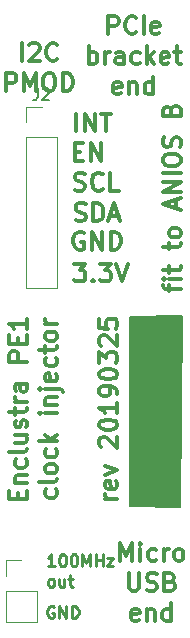
<source format=gto>
%TF.GenerationSoftware,KiCad,Pcbnew,5.0.2-bee76a0~70~ubuntu18.04.1*%
%TF.CreationDate,2019-03-26T11:43:16+00:00*%
%TF.ProjectId,enclustra_clockpcb,656e636c-7573-4747-9261-5f636c6f636b,rev?*%
%TF.SameCoordinates,Original*%
%TF.FileFunction,Legend,Top*%
%TF.FilePolarity,Positive*%
%FSLAX46Y46*%
G04 Gerber Fmt 4.6, Leading zero omitted, Abs format (unit mm)*
G04 Created by KiCad (PCBNEW 5.0.2-bee76a0~70~ubuntu18.04.1) date Tue 26 Mar 2019 11:43:16 GMT*
%MOMM*%
%LPD*%
G01*
G04 APERTURE LIST*
%ADD10C,0.300000*%
%ADD11C,0.150000*%
%ADD12C,0.250000*%
%ADD13C,0.120000*%
G04 APERTURE END LIST*
D10*
X112678571Y-101528571D02*
X112678571Y-100957142D01*
X113678571Y-101314285D02*
X112392857Y-101314285D01*
X112250000Y-101242857D01*
X112178571Y-101100000D01*
X112178571Y-100957142D01*
X113678571Y-100457142D02*
X112678571Y-100457142D01*
X112178571Y-100457142D02*
X112250000Y-100528571D01*
X112321428Y-100457142D01*
X112250000Y-100385714D01*
X112178571Y-100457142D01*
X112321428Y-100457142D01*
X112678571Y-99957142D02*
X112678571Y-99385714D01*
X112178571Y-99742857D02*
X113464285Y-99742857D01*
X113607142Y-99671428D01*
X113678571Y-99528571D01*
X113678571Y-99385714D01*
X112678571Y-97957142D02*
X112678571Y-97385714D01*
X112178571Y-97742857D02*
X113464285Y-97742857D01*
X113607142Y-97671428D01*
X113678571Y-97528571D01*
X113678571Y-97385714D01*
X113678571Y-96671428D02*
X113607142Y-96814285D01*
X113535714Y-96885714D01*
X113392857Y-96957142D01*
X112964285Y-96957142D01*
X112821428Y-96885714D01*
X112750000Y-96814285D01*
X112678571Y-96671428D01*
X112678571Y-96457142D01*
X112750000Y-96314285D01*
X112821428Y-96242857D01*
X112964285Y-96171428D01*
X113392857Y-96171428D01*
X113535714Y-96242857D01*
X113607142Y-96314285D01*
X113678571Y-96457142D01*
X113678571Y-96671428D01*
X113250000Y-94457142D02*
X113250000Y-93742857D01*
X113678571Y-94600000D02*
X112178571Y-94100000D01*
X113678571Y-93600000D01*
X113678571Y-93100000D02*
X112178571Y-93100000D01*
X113678571Y-92242857D01*
X112178571Y-92242857D01*
X113678571Y-91528571D02*
X112178571Y-91528571D01*
X112178571Y-90528571D02*
X112178571Y-90242857D01*
X112250000Y-90100000D01*
X112392857Y-89957142D01*
X112678571Y-89885714D01*
X113178571Y-89885714D01*
X113464285Y-89957142D01*
X113607142Y-90100000D01*
X113678571Y-90242857D01*
X113678571Y-90528571D01*
X113607142Y-90671428D01*
X113464285Y-90814285D01*
X113178571Y-90885714D01*
X112678571Y-90885714D01*
X112392857Y-90814285D01*
X112250000Y-90671428D01*
X112178571Y-90528571D01*
X113607142Y-89314285D02*
X113678571Y-89100000D01*
X113678571Y-88742857D01*
X113607142Y-88600000D01*
X113535714Y-88528571D01*
X113392857Y-88457142D01*
X113250000Y-88457142D01*
X113107142Y-88528571D01*
X113035714Y-88600000D01*
X112964285Y-88742857D01*
X112892857Y-89028571D01*
X112821428Y-89171428D01*
X112750000Y-89242857D01*
X112607142Y-89314285D01*
X112464285Y-89314285D01*
X112321428Y-89242857D01*
X112250000Y-89171428D01*
X112178571Y-89028571D01*
X112178571Y-88671428D01*
X112250000Y-88457142D01*
X112892857Y-86171428D02*
X112964285Y-85957142D01*
X113035714Y-85885714D01*
X113178571Y-85814285D01*
X113392857Y-85814285D01*
X113535714Y-85885714D01*
X113607142Y-85957142D01*
X113678571Y-86100000D01*
X113678571Y-86671428D01*
X112178571Y-86671428D01*
X112178571Y-86171428D01*
X112250000Y-86028571D01*
X112321428Y-85957142D01*
X112464285Y-85885714D01*
X112607142Y-85885714D01*
X112750000Y-85957142D01*
X112821428Y-86028571D01*
X112892857Y-86171428D01*
X112892857Y-86671428D01*
D11*
G36*
X109400000Y-103700000D02*
X113800000Y-103600000D01*
X113600000Y-119800000D01*
X109400000Y-119700000D01*
X109400000Y-103700000D01*
G37*
X109400000Y-103700000D02*
X113800000Y-103600000D01*
X113600000Y-119800000D01*
X109400000Y-119700000D01*
X109400000Y-103700000D01*
D10*
X99867857Y-119107142D02*
X99867857Y-118607142D01*
X100653571Y-118392857D02*
X100653571Y-119107142D01*
X99153571Y-119107142D01*
X99153571Y-118392857D01*
X99653571Y-117750000D02*
X100653571Y-117750000D01*
X99796428Y-117750000D02*
X99725000Y-117678571D01*
X99653571Y-117535714D01*
X99653571Y-117321428D01*
X99725000Y-117178571D01*
X99867857Y-117107142D01*
X100653571Y-117107142D01*
X100582142Y-115750000D02*
X100653571Y-115892857D01*
X100653571Y-116178571D01*
X100582142Y-116321428D01*
X100510714Y-116392857D01*
X100367857Y-116464285D01*
X99939285Y-116464285D01*
X99796428Y-116392857D01*
X99725000Y-116321428D01*
X99653571Y-116178571D01*
X99653571Y-115892857D01*
X99725000Y-115750000D01*
X100653571Y-114892857D02*
X100582142Y-115035714D01*
X100439285Y-115107142D01*
X99153571Y-115107142D01*
X99653571Y-113678571D02*
X100653571Y-113678571D01*
X99653571Y-114321428D02*
X100439285Y-114321428D01*
X100582142Y-114250000D01*
X100653571Y-114107142D01*
X100653571Y-113892857D01*
X100582142Y-113750000D01*
X100510714Y-113678571D01*
X100582142Y-113035714D02*
X100653571Y-112892857D01*
X100653571Y-112607142D01*
X100582142Y-112464285D01*
X100439285Y-112392857D01*
X100367857Y-112392857D01*
X100225000Y-112464285D01*
X100153571Y-112607142D01*
X100153571Y-112821428D01*
X100082142Y-112964285D01*
X99939285Y-113035714D01*
X99867857Y-113035714D01*
X99725000Y-112964285D01*
X99653571Y-112821428D01*
X99653571Y-112607142D01*
X99725000Y-112464285D01*
X99653571Y-111964285D02*
X99653571Y-111392857D01*
X99153571Y-111750000D02*
X100439285Y-111750000D01*
X100582142Y-111678571D01*
X100653571Y-111535714D01*
X100653571Y-111392857D01*
X100653571Y-110892857D02*
X99653571Y-110892857D01*
X99939285Y-110892857D02*
X99796428Y-110821428D01*
X99725000Y-110750000D01*
X99653571Y-110607142D01*
X99653571Y-110464285D01*
X100653571Y-109321428D02*
X99867857Y-109321428D01*
X99725000Y-109392857D01*
X99653571Y-109535714D01*
X99653571Y-109821428D01*
X99725000Y-109964285D01*
X100582142Y-109321428D02*
X100653571Y-109464285D01*
X100653571Y-109821428D01*
X100582142Y-109964285D01*
X100439285Y-110035714D01*
X100296428Y-110035714D01*
X100153571Y-109964285D01*
X100082142Y-109821428D01*
X100082142Y-109464285D01*
X100010714Y-109321428D01*
X100653571Y-107464285D02*
X99153571Y-107464285D01*
X99153571Y-106892857D01*
X99225000Y-106750000D01*
X99296428Y-106678571D01*
X99439285Y-106607142D01*
X99653571Y-106607142D01*
X99796428Y-106678571D01*
X99867857Y-106750000D01*
X99939285Y-106892857D01*
X99939285Y-107464285D01*
X99867857Y-105964285D02*
X99867857Y-105464285D01*
X100653571Y-105250000D02*
X100653571Y-105964285D01*
X99153571Y-105964285D01*
X99153571Y-105250000D01*
X100653571Y-103821428D02*
X100653571Y-104678571D01*
X100653571Y-104250000D02*
X99153571Y-104250000D01*
X99367857Y-104392857D01*
X99510714Y-104535714D01*
X99582142Y-104678571D01*
X103132142Y-118285714D02*
X103203571Y-118428571D01*
X103203571Y-118714285D01*
X103132142Y-118857142D01*
X103060714Y-118928571D01*
X102917857Y-119000000D01*
X102489285Y-119000000D01*
X102346428Y-118928571D01*
X102275000Y-118857142D01*
X102203571Y-118714285D01*
X102203571Y-118428571D01*
X102275000Y-118285714D01*
X103203571Y-117428571D02*
X103132142Y-117571428D01*
X102989285Y-117642857D01*
X101703571Y-117642857D01*
X103203571Y-116642857D02*
X103132142Y-116785714D01*
X103060714Y-116857142D01*
X102917857Y-116928571D01*
X102489285Y-116928571D01*
X102346428Y-116857142D01*
X102275000Y-116785714D01*
X102203571Y-116642857D01*
X102203571Y-116428571D01*
X102275000Y-116285714D01*
X102346428Y-116214285D01*
X102489285Y-116142857D01*
X102917857Y-116142857D01*
X103060714Y-116214285D01*
X103132142Y-116285714D01*
X103203571Y-116428571D01*
X103203571Y-116642857D01*
X103132142Y-114857142D02*
X103203571Y-115000000D01*
X103203571Y-115285714D01*
X103132142Y-115428571D01*
X103060714Y-115500000D01*
X102917857Y-115571428D01*
X102489285Y-115571428D01*
X102346428Y-115500000D01*
X102275000Y-115428571D01*
X102203571Y-115285714D01*
X102203571Y-115000000D01*
X102275000Y-114857142D01*
X103203571Y-114214285D02*
X101703571Y-114214285D01*
X102632142Y-114071428D02*
X103203571Y-113642857D01*
X102203571Y-113642857D02*
X102775000Y-114214285D01*
X103203571Y-111857142D02*
X102203571Y-111857142D01*
X101703571Y-111857142D02*
X101775000Y-111928571D01*
X101846428Y-111857142D01*
X101775000Y-111785714D01*
X101703571Y-111857142D01*
X101846428Y-111857142D01*
X102203571Y-111142857D02*
X103203571Y-111142857D01*
X102346428Y-111142857D02*
X102275000Y-111071428D01*
X102203571Y-110928571D01*
X102203571Y-110714285D01*
X102275000Y-110571428D01*
X102417857Y-110500000D01*
X103203571Y-110500000D01*
X102203571Y-109785714D02*
X103489285Y-109785714D01*
X103632142Y-109857142D01*
X103703571Y-110000000D01*
X103703571Y-110071428D01*
X101703571Y-109785714D02*
X101775000Y-109857142D01*
X101846428Y-109785714D01*
X101775000Y-109714285D01*
X101703571Y-109785714D01*
X101846428Y-109785714D01*
X103132142Y-108500000D02*
X103203571Y-108642857D01*
X103203571Y-108928571D01*
X103132142Y-109071428D01*
X102989285Y-109142857D01*
X102417857Y-109142857D01*
X102275000Y-109071428D01*
X102203571Y-108928571D01*
X102203571Y-108642857D01*
X102275000Y-108500000D01*
X102417857Y-108428571D01*
X102560714Y-108428571D01*
X102703571Y-109142857D01*
X103132142Y-107142857D02*
X103203571Y-107285714D01*
X103203571Y-107571428D01*
X103132142Y-107714285D01*
X103060714Y-107785714D01*
X102917857Y-107857142D01*
X102489285Y-107857142D01*
X102346428Y-107785714D01*
X102275000Y-107714285D01*
X102203571Y-107571428D01*
X102203571Y-107285714D01*
X102275000Y-107142857D01*
X102203571Y-106714285D02*
X102203571Y-106142857D01*
X101703571Y-106500000D02*
X102989285Y-106500000D01*
X103132142Y-106428571D01*
X103203571Y-106285714D01*
X103203571Y-106142857D01*
X103203571Y-105428571D02*
X103132142Y-105571428D01*
X103060714Y-105642857D01*
X102917857Y-105714285D01*
X102489285Y-105714285D01*
X102346428Y-105642857D01*
X102275000Y-105571428D01*
X102203571Y-105428571D01*
X102203571Y-105214285D01*
X102275000Y-105071428D01*
X102346428Y-105000000D01*
X102489285Y-104928571D01*
X102917857Y-104928571D01*
X103060714Y-105000000D01*
X103132142Y-105071428D01*
X103203571Y-105214285D01*
X103203571Y-105428571D01*
X103203571Y-104285714D02*
X102203571Y-104285714D01*
X102489285Y-104285714D02*
X102346428Y-104214285D01*
X102275000Y-104142857D01*
X102203571Y-104000000D01*
X102203571Y-103857142D01*
X108303571Y-119107142D02*
X107303571Y-119107142D01*
X107589285Y-119107142D02*
X107446428Y-119035714D01*
X107375000Y-118964285D01*
X107303571Y-118821428D01*
X107303571Y-118678571D01*
X108232142Y-117607142D02*
X108303571Y-117750000D01*
X108303571Y-118035714D01*
X108232142Y-118178571D01*
X108089285Y-118250000D01*
X107517857Y-118250000D01*
X107375000Y-118178571D01*
X107303571Y-118035714D01*
X107303571Y-117750000D01*
X107375000Y-117607142D01*
X107517857Y-117535714D01*
X107660714Y-117535714D01*
X107803571Y-118250000D01*
X107303571Y-117035714D02*
X108303571Y-116678571D01*
X107303571Y-116321428D01*
X106946428Y-114678571D02*
X106875000Y-114607142D01*
X106803571Y-114464285D01*
X106803571Y-114107142D01*
X106875000Y-113964285D01*
X106946428Y-113892857D01*
X107089285Y-113821428D01*
X107232142Y-113821428D01*
X107446428Y-113892857D01*
X108303571Y-114750000D01*
X108303571Y-113821428D01*
X106803571Y-112892857D02*
X106803571Y-112750000D01*
X106875000Y-112607142D01*
X106946428Y-112535714D01*
X107089285Y-112464285D01*
X107375000Y-112392857D01*
X107732142Y-112392857D01*
X108017857Y-112464285D01*
X108160714Y-112535714D01*
X108232142Y-112607142D01*
X108303571Y-112750000D01*
X108303571Y-112892857D01*
X108232142Y-113035714D01*
X108160714Y-113107142D01*
X108017857Y-113178571D01*
X107732142Y-113250000D01*
X107375000Y-113250000D01*
X107089285Y-113178571D01*
X106946428Y-113107142D01*
X106875000Y-113035714D01*
X106803571Y-112892857D01*
X108303571Y-110964285D02*
X108303571Y-111821428D01*
X108303571Y-111392857D02*
X106803571Y-111392857D01*
X107017857Y-111535714D01*
X107160714Y-111678571D01*
X107232142Y-111821428D01*
X108303571Y-110250000D02*
X108303571Y-109964285D01*
X108232142Y-109821428D01*
X108160714Y-109750000D01*
X107946428Y-109607142D01*
X107660714Y-109535714D01*
X107089285Y-109535714D01*
X106946428Y-109607142D01*
X106875000Y-109678571D01*
X106803571Y-109821428D01*
X106803571Y-110107142D01*
X106875000Y-110250000D01*
X106946428Y-110321428D01*
X107089285Y-110392857D01*
X107446428Y-110392857D01*
X107589285Y-110321428D01*
X107660714Y-110250000D01*
X107732142Y-110107142D01*
X107732142Y-109821428D01*
X107660714Y-109678571D01*
X107589285Y-109607142D01*
X107446428Y-109535714D01*
X106803571Y-108607142D02*
X106803571Y-108464285D01*
X106875000Y-108321428D01*
X106946428Y-108250000D01*
X107089285Y-108178571D01*
X107375000Y-108107142D01*
X107732142Y-108107142D01*
X108017857Y-108178571D01*
X108160714Y-108250000D01*
X108232142Y-108321428D01*
X108303571Y-108464285D01*
X108303571Y-108607142D01*
X108232142Y-108750000D01*
X108160714Y-108821428D01*
X108017857Y-108892857D01*
X107732142Y-108964285D01*
X107375000Y-108964285D01*
X107089285Y-108892857D01*
X106946428Y-108821428D01*
X106875000Y-108750000D01*
X106803571Y-108607142D01*
X106803571Y-107607142D02*
X106803571Y-106678571D01*
X107375000Y-107178571D01*
X107375000Y-106964285D01*
X107446428Y-106821428D01*
X107517857Y-106750000D01*
X107660714Y-106678571D01*
X108017857Y-106678571D01*
X108160714Y-106750000D01*
X108232142Y-106821428D01*
X108303571Y-106964285D01*
X108303571Y-107392857D01*
X108232142Y-107535714D01*
X108160714Y-107607142D01*
X106946428Y-106107142D02*
X106875000Y-106035714D01*
X106803571Y-105892857D01*
X106803571Y-105535714D01*
X106875000Y-105392857D01*
X106946428Y-105321428D01*
X107089285Y-105250000D01*
X107232142Y-105250000D01*
X107446428Y-105321428D01*
X108303571Y-106178571D01*
X108303571Y-105250000D01*
X106803571Y-103892857D02*
X106803571Y-104607142D01*
X107517857Y-104678571D01*
X107446428Y-104607142D01*
X107375000Y-104464285D01*
X107375000Y-104107142D01*
X107446428Y-103964285D01*
X107517857Y-103892857D01*
X107660714Y-103821428D01*
X108017857Y-103821428D01*
X108160714Y-103892857D01*
X108232142Y-103964285D01*
X108303571Y-104107142D01*
X108303571Y-104464285D01*
X108232142Y-104607142D01*
X108160714Y-104678571D01*
D12*
X102938095Y-128200000D02*
X102842857Y-128152380D01*
X102700000Y-128152380D01*
X102557142Y-128200000D01*
X102461904Y-128295238D01*
X102414285Y-128390476D01*
X102366666Y-128580952D01*
X102366666Y-128723809D01*
X102414285Y-128914285D01*
X102461904Y-129009523D01*
X102557142Y-129104761D01*
X102700000Y-129152380D01*
X102795238Y-129152380D01*
X102938095Y-129104761D01*
X102985714Y-129057142D01*
X102985714Y-128723809D01*
X102795238Y-128723809D01*
X103414285Y-129152380D02*
X103414285Y-128152380D01*
X103985714Y-129152380D01*
X103985714Y-128152380D01*
X104461904Y-129152380D02*
X104461904Y-128152380D01*
X104700000Y-128152380D01*
X104842857Y-128200000D01*
X104938095Y-128295238D01*
X104985714Y-128390476D01*
X105033333Y-128580952D01*
X105033333Y-128723809D01*
X104985714Y-128914285D01*
X104938095Y-129009523D01*
X104842857Y-129104761D01*
X104700000Y-129152380D01*
X104461904Y-129152380D01*
X103024404Y-124777380D02*
X102452976Y-124777380D01*
X102738690Y-124777380D02*
X102738690Y-123777380D01*
X102643452Y-123920238D01*
X102548214Y-124015476D01*
X102452976Y-124063095D01*
X103643452Y-123777380D02*
X103738690Y-123777380D01*
X103833928Y-123825000D01*
X103881547Y-123872619D01*
X103929166Y-123967857D01*
X103976785Y-124158333D01*
X103976785Y-124396428D01*
X103929166Y-124586904D01*
X103881547Y-124682142D01*
X103833928Y-124729761D01*
X103738690Y-124777380D01*
X103643452Y-124777380D01*
X103548214Y-124729761D01*
X103500595Y-124682142D01*
X103452976Y-124586904D01*
X103405357Y-124396428D01*
X103405357Y-124158333D01*
X103452976Y-123967857D01*
X103500595Y-123872619D01*
X103548214Y-123825000D01*
X103643452Y-123777380D01*
X104595833Y-123777380D02*
X104691071Y-123777380D01*
X104786309Y-123825000D01*
X104833928Y-123872619D01*
X104881547Y-123967857D01*
X104929166Y-124158333D01*
X104929166Y-124396428D01*
X104881547Y-124586904D01*
X104833928Y-124682142D01*
X104786309Y-124729761D01*
X104691071Y-124777380D01*
X104595833Y-124777380D01*
X104500595Y-124729761D01*
X104452976Y-124682142D01*
X104405357Y-124586904D01*
X104357738Y-124396428D01*
X104357738Y-124158333D01*
X104405357Y-123967857D01*
X104452976Y-123872619D01*
X104500595Y-123825000D01*
X104595833Y-123777380D01*
X105357738Y-124777380D02*
X105357738Y-123777380D01*
X105691071Y-124491666D01*
X106024404Y-123777380D01*
X106024404Y-124777380D01*
X106500595Y-124777380D02*
X106500595Y-123777380D01*
X106500595Y-124253571D02*
X107072023Y-124253571D01*
X107072023Y-124777380D02*
X107072023Y-123777380D01*
X107452976Y-124110714D02*
X107976785Y-124110714D01*
X107452976Y-124777380D01*
X107976785Y-124777380D01*
X102643452Y-126527380D02*
X102548214Y-126479761D01*
X102500595Y-126432142D01*
X102452976Y-126336904D01*
X102452976Y-126051190D01*
X102500595Y-125955952D01*
X102548214Y-125908333D01*
X102643452Y-125860714D01*
X102786309Y-125860714D01*
X102881547Y-125908333D01*
X102929166Y-125955952D01*
X102976785Y-126051190D01*
X102976785Y-126336904D01*
X102929166Y-126432142D01*
X102881547Y-126479761D01*
X102786309Y-126527380D01*
X102643452Y-126527380D01*
X103833928Y-125860714D02*
X103833928Y-126527380D01*
X103405357Y-125860714D02*
X103405357Y-126384523D01*
X103452976Y-126479761D01*
X103548214Y-126527380D01*
X103691071Y-126527380D01*
X103786309Y-126479761D01*
X103833928Y-126432142D01*
X104167261Y-125860714D02*
X104548214Y-125860714D01*
X104310119Y-125527380D02*
X104310119Y-126384523D01*
X104357738Y-126479761D01*
X104452976Y-126527380D01*
X104548214Y-126527380D01*
D10*
X108557142Y-124328571D02*
X108557142Y-122828571D01*
X109057142Y-123900000D01*
X109557142Y-122828571D01*
X109557142Y-124328571D01*
X110271428Y-124328571D02*
X110271428Y-123328571D01*
X110271428Y-122828571D02*
X110200000Y-122900000D01*
X110271428Y-122971428D01*
X110342857Y-122900000D01*
X110271428Y-122828571D01*
X110271428Y-122971428D01*
X111628571Y-124257142D02*
X111485714Y-124328571D01*
X111200000Y-124328571D01*
X111057142Y-124257142D01*
X110985714Y-124185714D01*
X110914285Y-124042857D01*
X110914285Y-123614285D01*
X110985714Y-123471428D01*
X111057142Y-123400000D01*
X111200000Y-123328571D01*
X111485714Y-123328571D01*
X111628571Y-123400000D01*
X112271428Y-124328571D02*
X112271428Y-123328571D01*
X112271428Y-123614285D02*
X112342857Y-123471428D01*
X112414285Y-123400000D01*
X112557142Y-123328571D01*
X112700000Y-123328571D01*
X113414285Y-124328571D02*
X113271428Y-124257142D01*
X113200000Y-124185714D01*
X113128571Y-124042857D01*
X113128571Y-123614285D01*
X113200000Y-123471428D01*
X113271428Y-123400000D01*
X113414285Y-123328571D01*
X113628571Y-123328571D01*
X113771428Y-123400000D01*
X113842857Y-123471428D01*
X113914285Y-123614285D01*
X113914285Y-124042857D01*
X113842857Y-124185714D01*
X113771428Y-124257142D01*
X113628571Y-124328571D01*
X113414285Y-124328571D01*
X109307142Y-125378571D02*
X109307142Y-126592857D01*
X109378571Y-126735714D01*
X109450000Y-126807142D01*
X109592857Y-126878571D01*
X109878571Y-126878571D01*
X110021428Y-126807142D01*
X110092857Y-126735714D01*
X110164285Y-126592857D01*
X110164285Y-125378571D01*
X110807142Y-126807142D02*
X111021428Y-126878571D01*
X111378571Y-126878571D01*
X111521428Y-126807142D01*
X111592857Y-126735714D01*
X111664285Y-126592857D01*
X111664285Y-126450000D01*
X111592857Y-126307142D01*
X111521428Y-126235714D01*
X111378571Y-126164285D01*
X111092857Y-126092857D01*
X110950000Y-126021428D01*
X110878571Y-125950000D01*
X110807142Y-125807142D01*
X110807142Y-125664285D01*
X110878571Y-125521428D01*
X110950000Y-125450000D01*
X111092857Y-125378571D01*
X111450000Y-125378571D01*
X111664285Y-125450000D01*
X112807142Y-126092857D02*
X113021428Y-126164285D01*
X113092857Y-126235714D01*
X113164285Y-126378571D01*
X113164285Y-126592857D01*
X113092857Y-126735714D01*
X113021428Y-126807142D01*
X112878571Y-126878571D01*
X112307142Y-126878571D01*
X112307142Y-125378571D01*
X112807142Y-125378571D01*
X112950000Y-125450000D01*
X113021428Y-125521428D01*
X113092857Y-125664285D01*
X113092857Y-125807142D01*
X113021428Y-125950000D01*
X112950000Y-126021428D01*
X112807142Y-126092857D01*
X112307142Y-126092857D01*
X110128571Y-129357142D02*
X109985714Y-129428571D01*
X109700000Y-129428571D01*
X109557142Y-129357142D01*
X109485714Y-129214285D01*
X109485714Y-128642857D01*
X109557142Y-128500000D01*
X109700000Y-128428571D01*
X109985714Y-128428571D01*
X110128571Y-128500000D01*
X110200000Y-128642857D01*
X110200000Y-128785714D01*
X109485714Y-128928571D01*
X110842857Y-128428571D02*
X110842857Y-129428571D01*
X110842857Y-128571428D02*
X110914285Y-128500000D01*
X111057142Y-128428571D01*
X111271428Y-128428571D01*
X111414285Y-128500000D01*
X111485714Y-128642857D01*
X111485714Y-129428571D01*
X112842857Y-129428571D02*
X112842857Y-127928571D01*
X112842857Y-129357142D02*
X112700000Y-129428571D01*
X112414285Y-129428571D01*
X112271428Y-129357142D01*
X112200000Y-129285714D01*
X112128571Y-129142857D01*
X112128571Y-128714285D01*
X112200000Y-128571428D01*
X112271428Y-128500000D01*
X112414285Y-128428571D01*
X112700000Y-128428571D01*
X112842857Y-128500000D01*
X107557142Y-79728571D02*
X107557142Y-78228571D01*
X108128571Y-78228571D01*
X108271428Y-78300000D01*
X108342857Y-78371428D01*
X108414285Y-78514285D01*
X108414285Y-78728571D01*
X108342857Y-78871428D01*
X108271428Y-78942857D01*
X108128571Y-79014285D01*
X107557142Y-79014285D01*
X109914285Y-79585714D02*
X109842857Y-79657142D01*
X109628571Y-79728571D01*
X109485714Y-79728571D01*
X109271428Y-79657142D01*
X109128571Y-79514285D01*
X109057142Y-79371428D01*
X108985714Y-79085714D01*
X108985714Y-78871428D01*
X109057142Y-78585714D01*
X109128571Y-78442857D01*
X109271428Y-78300000D01*
X109485714Y-78228571D01*
X109628571Y-78228571D01*
X109842857Y-78300000D01*
X109914285Y-78371428D01*
X110557142Y-79728571D02*
X110557142Y-78228571D01*
X111842857Y-79657142D02*
X111700000Y-79728571D01*
X111414285Y-79728571D01*
X111271428Y-79657142D01*
X111200000Y-79514285D01*
X111200000Y-78942857D01*
X111271428Y-78800000D01*
X111414285Y-78728571D01*
X111700000Y-78728571D01*
X111842857Y-78800000D01*
X111914285Y-78942857D01*
X111914285Y-79085714D01*
X111200000Y-79228571D01*
X105914285Y-82278571D02*
X105914285Y-80778571D01*
X105914285Y-81350000D02*
X106057142Y-81278571D01*
X106342857Y-81278571D01*
X106485714Y-81350000D01*
X106557142Y-81421428D01*
X106628571Y-81564285D01*
X106628571Y-81992857D01*
X106557142Y-82135714D01*
X106485714Y-82207142D01*
X106342857Y-82278571D01*
X106057142Y-82278571D01*
X105914285Y-82207142D01*
X107271428Y-82278571D02*
X107271428Y-81278571D01*
X107271428Y-81564285D02*
X107342857Y-81421428D01*
X107414285Y-81350000D01*
X107557142Y-81278571D01*
X107700000Y-81278571D01*
X108842857Y-82278571D02*
X108842857Y-81492857D01*
X108771428Y-81350000D01*
X108628571Y-81278571D01*
X108342857Y-81278571D01*
X108200000Y-81350000D01*
X108842857Y-82207142D02*
X108700000Y-82278571D01*
X108342857Y-82278571D01*
X108200000Y-82207142D01*
X108128571Y-82064285D01*
X108128571Y-81921428D01*
X108200000Y-81778571D01*
X108342857Y-81707142D01*
X108700000Y-81707142D01*
X108842857Y-81635714D01*
X110200000Y-82207142D02*
X110057142Y-82278571D01*
X109771428Y-82278571D01*
X109628571Y-82207142D01*
X109557142Y-82135714D01*
X109485714Y-81992857D01*
X109485714Y-81564285D01*
X109557142Y-81421428D01*
X109628571Y-81350000D01*
X109771428Y-81278571D01*
X110057142Y-81278571D01*
X110200000Y-81350000D01*
X110842857Y-82278571D02*
X110842857Y-80778571D01*
X110985714Y-81707142D02*
X111414285Y-82278571D01*
X111414285Y-81278571D02*
X110842857Y-81850000D01*
X112628571Y-82207142D02*
X112485714Y-82278571D01*
X112200000Y-82278571D01*
X112057142Y-82207142D01*
X111985714Y-82064285D01*
X111985714Y-81492857D01*
X112057142Y-81350000D01*
X112200000Y-81278571D01*
X112485714Y-81278571D01*
X112628571Y-81350000D01*
X112700000Y-81492857D01*
X112700000Y-81635714D01*
X111985714Y-81778571D01*
X113128571Y-81278571D02*
X113700000Y-81278571D01*
X113342857Y-80778571D02*
X113342857Y-82064285D01*
X113414285Y-82207142D01*
X113557142Y-82278571D01*
X113700000Y-82278571D01*
X108628571Y-84757142D02*
X108485714Y-84828571D01*
X108200000Y-84828571D01*
X108057142Y-84757142D01*
X107985714Y-84614285D01*
X107985714Y-84042857D01*
X108057142Y-83900000D01*
X108200000Y-83828571D01*
X108485714Y-83828571D01*
X108628571Y-83900000D01*
X108700000Y-84042857D01*
X108700000Y-84185714D01*
X107985714Y-84328571D01*
X109342857Y-83828571D02*
X109342857Y-84828571D01*
X109342857Y-83971428D02*
X109414285Y-83900000D01*
X109557142Y-83828571D01*
X109771428Y-83828571D01*
X109914285Y-83900000D01*
X109985714Y-84042857D01*
X109985714Y-84828571D01*
X111342857Y-84828571D02*
X111342857Y-83328571D01*
X111342857Y-84757142D02*
X111200000Y-84828571D01*
X110914285Y-84828571D01*
X110771428Y-84757142D01*
X110700000Y-84685714D01*
X110628571Y-84542857D01*
X110628571Y-84114285D01*
X110700000Y-83971428D01*
X110771428Y-83900000D01*
X110914285Y-83828571D01*
X111200000Y-83828571D01*
X111342857Y-83900000D01*
X104685714Y-99178571D02*
X105614285Y-99178571D01*
X105114285Y-99750000D01*
X105328571Y-99750000D01*
X105471428Y-99821428D01*
X105542857Y-99892857D01*
X105614285Y-100035714D01*
X105614285Y-100392857D01*
X105542857Y-100535714D01*
X105471428Y-100607142D01*
X105328571Y-100678571D01*
X104900000Y-100678571D01*
X104757142Y-100607142D01*
X104685714Y-100535714D01*
X106257142Y-100535714D02*
X106328571Y-100607142D01*
X106257142Y-100678571D01*
X106185714Y-100607142D01*
X106257142Y-100535714D01*
X106257142Y-100678571D01*
X106828571Y-99178571D02*
X107757142Y-99178571D01*
X107257142Y-99750000D01*
X107471428Y-99750000D01*
X107614285Y-99821428D01*
X107685714Y-99892857D01*
X107757142Y-100035714D01*
X107757142Y-100392857D01*
X107685714Y-100535714D01*
X107614285Y-100607142D01*
X107471428Y-100678571D01*
X107042857Y-100678571D01*
X106900000Y-100607142D01*
X106828571Y-100535714D01*
X108185714Y-99178571D02*
X108685714Y-100678571D01*
X109185714Y-99178571D01*
X105457142Y-96550000D02*
X105314285Y-96478571D01*
X105100000Y-96478571D01*
X104885714Y-96550000D01*
X104742857Y-96692857D01*
X104671428Y-96835714D01*
X104600000Y-97121428D01*
X104600000Y-97335714D01*
X104671428Y-97621428D01*
X104742857Y-97764285D01*
X104885714Y-97907142D01*
X105100000Y-97978571D01*
X105242857Y-97978571D01*
X105457142Y-97907142D01*
X105528571Y-97835714D01*
X105528571Y-97335714D01*
X105242857Y-97335714D01*
X106171428Y-97978571D02*
X106171428Y-96478571D01*
X107028571Y-97978571D01*
X107028571Y-96478571D01*
X107742857Y-97978571D02*
X107742857Y-96478571D01*
X108100000Y-96478571D01*
X108314285Y-96550000D01*
X108457142Y-96692857D01*
X108528571Y-96835714D01*
X108600000Y-97121428D01*
X108600000Y-97335714D01*
X108528571Y-97621428D01*
X108457142Y-97764285D01*
X108314285Y-97907142D01*
X108100000Y-97978571D01*
X107742857Y-97978571D01*
X104778571Y-95507142D02*
X104992857Y-95578571D01*
X105350000Y-95578571D01*
X105492857Y-95507142D01*
X105564285Y-95435714D01*
X105635714Y-95292857D01*
X105635714Y-95150000D01*
X105564285Y-95007142D01*
X105492857Y-94935714D01*
X105350000Y-94864285D01*
X105064285Y-94792857D01*
X104921428Y-94721428D01*
X104850000Y-94650000D01*
X104778571Y-94507142D01*
X104778571Y-94364285D01*
X104850000Y-94221428D01*
X104921428Y-94150000D01*
X105064285Y-94078571D01*
X105421428Y-94078571D01*
X105635714Y-94150000D01*
X106278571Y-95578571D02*
X106278571Y-94078571D01*
X106635714Y-94078571D01*
X106850000Y-94150000D01*
X106992857Y-94292857D01*
X107064285Y-94435714D01*
X107135714Y-94721428D01*
X107135714Y-94935714D01*
X107064285Y-95221428D01*
X106992857Y-95364285D01*
X106850000Y-95507142D01*
X106635714Y-95578571D01*
X106278571Y-95578571D01*
X107707142Y-95150000D02*
X108421428Y-95150000D01*
X107564285Y-95578571D02*
X108064285Y-94078571D01*
X108564285Y-95578571D01*
X104714285Y-92907142D02*
X104928571Y-92978571D01*
X105285714Y-92978571D01*
X105428571Y-92907142D01*
X105500000Y-92835714D01*
X105571428Y-92692857D01*
X105571428Y-92550000D01*
X105500000Y-92407142D01*
X105428571Y-92335714D01*
X105285714Y-92264285D01*
X105000000Y-92192857D01*
X104857142Y-92121428D01*
X104785714Y-92050000D01*
X104714285Y-91907142D01*
X104714285Y-91764285D01*
X104785714Y-91621428D01*
X104857142Y-91550000D01*
X105000000Y-91478571D01*
X105357142Y-91478571D01*
X105571428Y-91550000D01*
X107071428Y-92835714D02*
X107000000Y-92907142D01*
X106785714Y-92978571D01*
X106642857Y-92978571D01*
X106428571Y-92907142D01*
X106285714Y-92764285D01*
X106214285Y-92621428D01*
X106142857Y-92335714D01*
X106142857Y-92121428D01*
X106214285Y-91835714D01*
X106285714Y-91692857D01*
X106428571Y-91550000D01*
X106642857Y-91478571D01*
X106785714Y-91478571D01*
X107000000Y-91550000D01*
X107071428Y-91621428D01*
X108428571Y-92978571D02*
X107714285Y-92978571D01*
X107714285Y-91478571D01*
X104692857Y-89692857D02*
X105192857Y-89692857D01*
X105407142Y-90478571D02*
X104692857Y-90478571D01*
X104692857Y-88978571D01*
X105407142Y-88978571D01*
X106050000Y-90478571D02*
X106050000Y-88978571D01*
X106907142Y-90478571D01*
X106907142Y-88978571D01*
X104842857Y-87978571D02*
X104842857Y-86478571D01*
X105557142Y-87978571D02*
X105557142Y-86478571D01*
X106414285Y-87978571D01*
X106414285Y-86478571D01*
X106914285Y-86478571D02*
X107771428Y-86478571D01*
X107342857Y-87978571D02*
X107342857Y-86478571D01*
X100235714Y-82003571D02*
X100235714Y-80503571D01*
X100878571Y-80646428D02*
X100950000Y-80575000D01*
X101092857Y-80503571D01*
X101450000Y-80503571D01*
X101592857Y-80575000D01*
X101664285Y-80646428D01*
X101735714Y-80789285D01*
X101735714Y-80932142D01*
X101664285Y-81146428D01*
X100807142Y-82003571D01*
X101735714Y-82003571D01*
X103235714Y-81860714D02*
X103164285Y-81932142D01*
X102950000Y-82003571D01*
X102807142Y-82003571D01*
X102592857Y-81932142D01*
X102450000Y-81789285D01*
X102378571Y-81646428D01*
X102307142Y-81360714D01*
X102307142Y-81146428D01*
X102378571Y-80860714D01*
X102450000Y-80717857D01*
X102592857Y-80575000D01*
X102807142Y-80503571D01*
X102950000Y-80503571D01*
X103164285Y-80575000D01*
X103235714Y-80646428D01*
X98914285Y-84553571D02*
X98914285Y-83053571D01*
X99485714Y-83053571D01*
X99628571Y-83125000D01*
X99700000Y-83196428D01*
X99771428Y-83339285D01*
X99771428Y-83553571D01*
X99700000Y-83696428D01*
X99628571Y-83767857D01*
X99485714Y-83839285D01*
X98914285Y-83839285D01*
X100414285Y-84553571D02*
X100414285Y-83053571D01*
X100914285Y-84125000D01*
X101414285Y-83053571D01*
X101414285Y-84553571D01*
X102414285Y-83053571D02*
X102700000Y-83053571D01*
X102842857Y-83125000D01*
X102985714Y-83267857D01*
X103057142Y-83553571D01*
X103057142Y-84053571D01*
X102985714Y-84339285D01*
X102842857Y-84482142D01*
X102700000Y-84553571D01*
X102414285Y-84553571D01*
X102271428Y-84482142D01*
X102128571Y-84339285D01*
X102057142Y-84053571D01*
X102057142Y-83553571D01*
X102128571Y-83267857D01*
X102271428Y-83125000D01*
X102414285Y-83053571D01*
X103700000Y-84553571D02*
X103700000Y-83053571D01*
X104057142Y-83053571D01*
X104271428Y-83125000D01*
X104414285Y-83267857D01*
X104485714Y-83410714D01*
X104557142Y-83696428D01*
X104557142Y-83910714D01*
X104485714Y-84196428D01*
X104414285Y-84339285D01*
X104271428Y-84482142D01*
X104057142Y-84553571D01*
X103700000Y-84553571D01*
D13*
X100570000Y-101230000D02*
X103230000Y-101230000D01*
X100570000Y-88470000D02*
X100570000Y-101230000D01*
X103230000Y-88470000D02*
X103230000Y-101230000D01*
X100570000Y-88470000D02*
X103230000Y-88470000D01*
X100570000Y-87200000D02*
X100570000Y-85870000D01*
X100570000Y-85870000D02*
X101900000Y-85870000D01*
X98870000Y-129470000D02*
X101530000Y-129470000D01*
X98870000Y-126870000D02*
X98870000Y-129470000D01*
X101530000Y-126870000D02*
X101530000Y-129470000D01*
X98870000Y-126870000D02*
X101530000Y-126870000D01*
X98870000Y-125600000D02*
X98870000Y-124270000D01*
X98870000Y-124270000D02*
X100200000Y-124270000D01*
D11*
X101566666Y-84322380D02*
X101566666Y-85036666D01*
X101519047Y-85179523D01*
X101423809Y-85274761D01*
X101280952Y-85322380D01*
X101185714Y-85322380D01*
X101995238Y-84417619D02*
X102042857Y-84370000D01*
X102138095Y-84322380D01*
X102376190Y-84322380D01*
X102471428Y-84370000D01*
X102519047Y-84417619D01*
X102566666Y-84512857D01*
X102566666Y-84608095D01*
X102519047Y-84750952D01*
X101947619Y-85322380D01*
X102566666Y-85322380D01*
M02*

</source>
